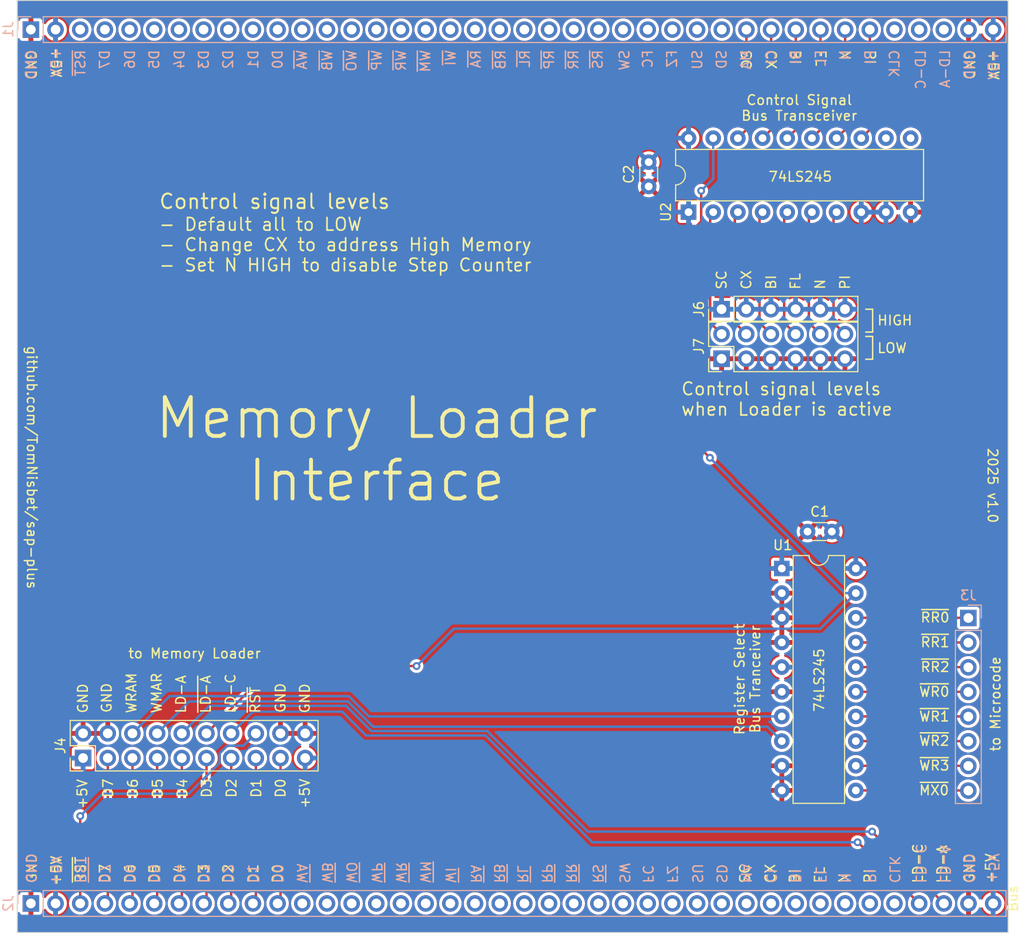
<source format=kicad_pcb>
(kicad_pcb (version 20240108) (generator "pcbnew") (generator_version "8.0")
  (title_block (title "SAP-Plus Memory Loader Interface") (date "2025-03-28") (rev "1.0") (company "github.com/TomNisbet/sap-plus"))
  (layers (0 "F.Cu" signal) (31 "B.Cu" signal) (34 "B.Paste" user) (35 "F.Paste" user) (36 "B.SilkS" user "B.Silkscreen") (37 "F.SilkS" user "F.Silkscreen") (38 "B.Mask" user) (39 "F.Mask" user) (44 "Edge.Cuts" user))
  (net 0 "")
  (net 1 "+5V")
  (net 2 "PI")
  (net 3 "N")
  (net 4 "FL")
  (net 5 "LD-ACT")
  (net 6 "SC")
  (net 7 "LD-CLK")
  (net 8 "CX")
  (net 9 "D0")
  (net 10 "D1")
  (net 11 "D2")
  (net 12 "D3")
  (net 13 "D4")
  (net 14 "D5")
  (net 15 "D6")
  (net 16 "D7")
  (net 17 "GND")
  (net 18 "BI")
  (net 19 "/RR1")
  (net 20 "/RR2")
  (net 21 "/RR0")
  (net 22 "/WR0")
  (net 23 "/WR1")
  (net 24 "/MX0")
  (net 25 "WMAR")
  (net 26 "~{LD-ACT}")
  (net 27 "WRAM")
  (net 28 "/WR3")
  (net 30 "/WR2")
  (net 39 "~{RST}")
  (net 71 "/ld-pi")
  (net 72 "/ld-cx")
  (net 73 "/ld-sc")
  (net 74 "/ld-n")
  (net 75 "/ld-fl")
  (net 76 "/ld-bi")
  (footprint "Connector_PinHeader_2.54mm:PinHeader_1x06_P2.54mm_Vertical" (layer "F.Cu") (at 157.5 74.8 90)
    (property "Reference" "J6" (at 0 -2.33 90) (layer "F.SilkS"))
    (property "Value" "Conn_01x06")
    (pad "1" thru_hole rect (at 0 0 90) (size 1.7 1.7) (drill 1) (layers "*.Cu" "*.Mask") (net 1 "+5V"))
    (pad "2" thru_hole oval (at 0 2.54 90) (size 1.7 1.7) (drill 1) (layers "*.Cu" "*.Mask") (net 1 "+5V"))
    (pad "3" thru_hole oval (at 0 5.08 90) (size 1.7 1.7) (drill 1) (layers "*.Cu" "*.Mask") (net 1 "+5V"))
    (pad "4" thru_hole oval (at 0 7.62 90) (size 1.7 1.7) (drill 1) (layers "*.Cu" "*.Mask") (net 1 "+5V"))
    (pad "5" thru_hole oval (at 0 10.16 90) (size 1.7 1.7) (drill 1) (layers "*.Cu" "*.Mask") (net 1 "+5V"))
    (pad "6" thru_hole oval (at 0 12.7 90) (size 1.7 1.7) (drill 1) (layers "*.Cu" "*.Mask") (net 1 "+5V"))
  )
  (footprint "Package_DIP:DIP-20_W7.62mm" (layer "F.Cu") (at 163.7 101.5)
    (property "Reference" "U1" (at 0.1 -2.4 0) (layer "F.SilkS"))
    (property "Value" "74LS245" (at 3.85 11.5 90) (layer "F.SilkS"))
    (pad "1" thru_hole rect (at 0 0) (size 1.6 1.6) (drill 0.8) (layers "*.Cu" "*.Mask") (net 1 "+5V"))
    (pad "2" thru_hole oval (at 0 2.54) (size 1.6 1.6) (drill 0.8) (layers "*.Cu" "*.Mask") (net 17 "GND"))
    (pad "3" thru_hole oval (at 0 5.08) (size 1.6 1.6) (drill 0.8) (layers "*.Cu" "*.Mask") (net 17 "GND"))
    (pad "4" thru_hole oval (at 0 7.62) (size 1.6 1.6) (drill 0.8) (layers "*.Cu" "*.Mask") (net 17 "GND"))
    (pad "5" thru_hole oval (at 0 10.16) (size 1.6 1.6) (drill 0.8) (layers "*.Cu" "*.Mask") (net 1 "+5V"))
    (pad "6" thru_hole oval (at 0 12.7) (size 1.6 1.6) (drill 0.8) (layers "*.Cu" "*.Mask") (net 17 "GND"))
    (pad "7" thru_hole oval (at 0 15.24) (size 1.6 1.6) (drill 0.8) (layers "*.Cu" "*.Mask") (net 27 "WRAM"))
    (pad "8" thru_hole oval (at 0 17.78) (size 1.6 1.6) (drill 0.8) (layers "*.Cu" "*.Mask") (net 25 "WMAR"))
    (pad "9" thru_hole oval (at 0 20.32) (size 1.6 1.6) (drill 0.8) (layers "*.Cu" "*.Mask") (net 17 "GND"))
    (pad "10" thru_hole oval (at 0 22.86) (size 1.6 1.6) (drill 0.8) (layers "*.Cu" "*.Mask") (net 17 "GND"))
    (pad "11" thru_hole oval (at 7.62 22.86) (size 1.6 1.6) (drill 0.8) (layers "*.Cu" "*.Mask") (net 24 "/MX0"))
    (pad "12" thru_hole oval (at 7.62 20.32) (size 1.6 1.6) (drill 0.8) (layers "*.Cu" "*.Mask") (net 28 "/WR3"))
    (pad "13" thru_hole oval (at 7.62 17.78) (size 1.6 1.6) (drill 0.8) (layers "*.Cu" "*.Mask") (net 30 "/WR2"))
    (pad "14" thru_hole oval (at 7.62 15.24) (size 1.6 1.6) (drill 0.8) (layers "*.Cu" "*.Mask") (net 23 "/WR1"))
    (pad "15" thru_hole oval (at 7.62 12.7) (size 1.6 1.6) (drill 0.8) (layers "*.Cu" "*.Mask") (net 22 "/WR0"))
    (pad "16" thru_hole oval (at 7.62 10.16) (size 1.6 1.6) (drill 0.8) (layers "*.Cu" "*.Mask") (net 20 "/RR2"))
    (pad "17" thru_hole oval (at 7.62 7.62) (size 1.6 1.6) (drill 0.8) (layers "*.Cu" "*.Mask") (net 19 "/RR1"))
    (pad "18" thru_hole oval (at 7.62 5.08) (size 1.6 1.6) (drill 0.8) (layers "*.Cu" "*.Mask") (net 21 "/RR0"))
    (pad "19" thru_hole oval (at 7.62 2.54) (size 1.6 1.6) (drill 0.8) (layers "*.Cu" "*.Mask") (net 26 "~{LD-ACT}"))
    (pad "20" thru_hole oval (at 7.62 0) (size 1.6 1.6) (drill 0.8) (layers "*.Cu" "*.Mask") (net 1 "+5V"))
  )
  (footprint "Package_DIP:DIP-20_W7.62mm" (layer "F.Cu") (at 154.1 64.8 90)
    (property "Reference" "U2" (at 0 -2.33 90) (layer "F.SilkS"))
    (property "Value" "74LS245" (at 3.65 11.5 180) (layer "F.SilkS"))
    (pad "1" thru_hole rect (at 0 0 90) (size 1.6 1.6) (drill 0.8) (layers "*.Cu" "*.Mask") (net 1 "+5V"))
    (pad "2" thru_hole oval (at 0 2.54 90) (size 1.6 1.6) (drill 0.8) (layers "*.Cu" "*.Mask") (net 73 "/ld-sc"))
    (pad "3" thru_hole oval (at 0 5.08 90) (size 1.6 1.6) (drill 0.8) (layers "*.Cu" "*.Mask") (net 72 "/ld-cx"))
    (pad "4" thru_hole oval (at 0 7.62 90) (size 1.6 1.6) (drill 0.8) (layers "*.Cu" "*.Mask") (net 76 "/ld-bi"))
    (pad "5" thru_hole oval (at 0 10.16 90) (size 1.6 1.6) (drill 0.8) (layers "*.Cu" "*.Mask") (net 75 "/ld-fl"))
    (pad "6" thru_hole oval (at 0 12.7 90) (size 1.6 1.6) (drill 0.8) (layers "*.Cu" "*.Mask") (net 74 "/ld-n"))
    (pad "7" thru_hole oval (at 0 15.24 90) (size 1.6 1.6) (drill 0.8) (layers "*.Cu" "*.Mask") (net 71 "/ld-pi"))
    (pad "8" thru_hole oval (at 0 17.78 90) (size 1.6 1.6) (drill 0.8) (layers "*.Cu" "*.Mask") (net 1 "+5V"))
    (pad "9" thru_hole oval (at 0 20.32 90) (size 1.6 1.6) (drill 0.8) (layers "*.Cu" "*.Mask") (net 1 "+5V"))
    (pad "10" thru_hole oval (at 0 22.86 90) (size 1.6 1.6) (drill 0.8) (layers "*.Cu" "*.Mask") (net 17 "GND"))
    (pad "11" thru_hole oval (at 7.62 22.86 90) (size 1.6 1.6) (drill 0.8) (layers "*.Cu" "*.Mask"))
    (pad "12" thru_hole oval (at 7.62 20.32 90) (size 1.6 1.6) (drill 0.8) (layers "*.Cu" "*.Mask"))
    (pad "13" thru_hole oval (at 7.62 17.78 90) (size 1.6 1.6) (drill 0.8) (layers "*.Cu" "*.Mask") (net 2 "PI"))
    (pad "14" thru_hole oval (at 7.62 15.24 90) (size 1.6 1.6) (drill 0.8) (layers "*.Cu" "*.Mask") (net 3 "N"))
    (pad "15" thru_hole oval (at 7.62 12.7 90) (size 1.6 1.6) (drill 0.8) (layers "*.Cu" "*.Mask") (net 4 "FL"))
    (pad "16" thru_hole oval (at 7.62 10.16 90) (size 1.6 1.6) (drill 0.8) (layers "*.Cu" "*.Mask") (net 18 "BI"))
    (pad "17" thru_hole oval (at 7.62 7.62 90) (size 1.6 1.6) (drill 0.8) (layers "*.Cu" "*.Mask") (net 8 "CX"))
    (pad "18" thru_hole oval (at 7.62 5.08 90) (size 1.6 1.6) (drill 0.8) (layers "*.Cu" "*.Mask") (net 6 "SC"))
    (pad "19" thru_hole oval (at 7.62 2.54 90) (size 1.6 1.6) (drill 0.8) (layers "*.Cu" "*.Mask") (net 26 "~{LD-ACT}"))
    (pad "20" thru_hole oval (at 7.62 0 90) (size 1.6 1.6) (drill 0.8) (layers "*.Cu" "*.Mask") (net 1 "+5V"))
  )
  (footprint "Capacitor_THT:C_Disc_D3.0mm_W1.6mm_P2.50mm" (layer "F.Cu") (at 150 62.15 90)
    (property "Reference" "C2" (at 1.25 -2.05 90) (layer "F.SilkS"))
    (property "Value" "0.1uF")
    (pad "1" thru_hole circle (at 0 0 90) (size 1.6 1.6) (drill 0.8) (layers "*.Cu" "*.Mask") (net 17 "GND"))
    (pad "2" thru_hole circle (at 2.5 0 90) (size 1.6 1.6) (drill 0.8) (layers "*.Cu" "*.Mask") (net 1 "+5V"))
  )
  (footprint "Connector_PinHeader_2.54mm:PinHeader_2x10_P2.54mm_Vertical" (layer "F.Cu") (at 91.775 121.025 90)
    (property "Reference" "J4" (at 1.27 -2.33 90) (layer "F.SilkS"))
    (property "Value" "Conn_02x10_Odd_Even")
    (pad "1" thru_hole rect (at 0 0 90) (size 1.7 1.7) (drill 1) (layers "*.Cu" "*.Mask") (net 1 "+5V"))
    (pad "2" thru_hole oval (at 2.54 0 90) (size 1.7 1.7) (drill 1) (layers "*.Cu" "*.Mask") (net 17 "GND"))
    (pad "3" thru_hole oval (at 0 2.54 90) (size 1.7 1.7) (drill 1) (layers "*.Cu" "*.Mask") (net 16 "D7"))
    (pad "4" thru_hole oval (at 2.54 2.54 90) (size 1.7 1.7) (drill 1) (layers "*.Cu" "*.Mask") (net 17 "GND"))
    (pad "5" thru_hole oval (at 0 5.08 90) (size 1.7 1.7) (drill 1) (layers "*.Cu" "*.Mask") (net 15 "D6"))
    (pad "6" thru_hole oval (at 2.54 5.08 90) (size 1.7 1.7) (drill 1) (layers "*.Cu" "*.Mask") (net 27 "WRAM"))
    (pad "7" thru_hole oval (at 0 7.62 90) (size 1.7 1.7) (drill 1) (layers "*.Cu" "*.Mask") (net 14 "D5"))
    (pad "8" thru_hole oval (at 2.54 7.62 90) (size 1.7 1.7) (drill 1) (layers "*.Cu" "*.Mask") (net 25 "WMAR"))
    (pad "9" thru_hole oval (at 0 10.16 90) (size 1.7 1.7) (drill 1) (layers "*.Cu" "*.Mask") (net 13 "D4"))
    (pad "10" thru_hole oval (at 2.54 10.16 90) (size 1.7 1.7) (drill 1) (layers "*.Cu" "*.Mask") (net 5 "LD-ACT"))
    (pad "11" thru_hole oval (at 0 12.7 90) (size 1.7 1.7) (drill 1) (layers "*.Cu" "*.Mask") (net 12 "D3"))
    (pad "12" thru_hole oval (at 2.54 12.7 90) (size 1.7 1.7) (drill 1) (layers "*.Cu" "*.Mask") (net 26 "~{LD-ACT}"))
    (pad "13" thru_hole oval (at 0 15.24 90) (size 1.7 1.7) (drill 1) (layers "*.Cu" "*.Mask") (net 11 "D2"))
    (pad "14" thru_hole oval (at 2.54 15.24 90) (size 1.7 1.7) (drill 1) (layers "*.Cu" "*.Mask") (net 7 "LD-CLK"))
    (pad "15" thru_hole oval (at 0 17.78 90) (size 1.7 1.7) (drill 1) (layers "*.Cu" "*.Mask") (net 10 "D1"))
    (pad "16" thru_hole oval (at 2.54 17.78 90) (size 1.7 1.7) (drill 1) (layers "*.Cu" "*.Mask") (net 39 "~{RST}"))
    (pad "17" thru_hole oval (at 0 20.32 90) (size 1.7 1.7) (drill 1) (layers "*.Cu" "*.Mask") (net 9 "D0"))
    (pad "18" thru_hole oval (at 2.54 20.32 90) (size 1.7 1.7) (drill 1) (layers "*.Cu" "*.Mask") (net 17 "GND"))
    (pad "19" thru_hole oval (at 0 22.86 90) (size 1.7 1.7) (drill 1) (layers "*.Cu" "*.Mask") (net 1 "+5V"))
    (pad "20" thru_hole oval (at 2.54 22.86 90) (size 1.7 1.7) (drill 1) (layers "*.Cu" "*.Mask") (net 17 "GND"))
  )
  (footprint "Connector_PinHeader_2.54mm:PinHeader_2x06_P2.54mm_Vertical" (layer "F.Cu") (at 157.5 79.9 90)
    (property "Reference" "J7" (at 1.27 -2.33 90) (layer "F.SilkS"))
    (property "Value" "Conn_02x06")
    (pad "1" thru_hole rect (at 0 0 90) (size 1.7 1.7) (drill 1) (layers "*.Cu" "*.Mask") (net 17 "GND"))
    (pad "2" thru_hole oval (at 2.54 0 90) (size 1.7 1.7) (drill 1) (layers "*.Cu" "*.Mask") (net 73 "/ld-sc"))
    (pad "3" thru_hole oval (at 0 2.54 90) (size 1.7 1.7) (drill 1) (layers "*.Cu" "*.Mask") (net 17 "GND"))
    (pad "4" thru_hole oval (at 2.54 2.54 90) (size 1.7 1.7) (drill 1) (layers "*.Cu" "*.Mask") (net 72 "/ld-cx"))
    (pad "5" thru_hole oval (at 0 5.08 90) (size 1.7 1.7) (drill 1) (layers "*.Cu" "*.Mask") (net 17 "GND"))
    (pad "6" thru_hole oval (at 2.54 5.08 90) (size 1.7 1.7) (drill 1) (layers "*.Cu" "*.Mask") (net 76 "/ld-bi"))
    (pad "7" thru_hole oval (at 0 7.62 90) (size 1.7 1.7) (drill 1) (layers "*.Cu" "*.Mask") (net 17 "GND"))
    (pad "8" thru_hole oval (at 2.54 7.62 90) (size 1.7 1.7) (drill 1) (layers "*.Cu" "*.Mask") (net 75 "/ld-fl"))
    (pad "9" thru_hole oval (at 0 10.16 90) (size 1.7 1.7) (drill 1) (layers "*.Cu" "*.Mask") (net 17 "GND"))
    (pad "10" thru_hole oval (at 2.54 10.16 90) (size 1.7 1.7) (drill 1) (layers "*.Cu" "*.Mask") (net 74 "/ld-n"))
    (pad "11" thru_hole oval (at 0 12.7 90) (size 1.7 1.7) (drill 1) (layers "*.Cu" "*.Mask") (net 17 "GND"))
    (pad "12" thru_hole oval (at 2.54 12.7 90) (size 1.7 1.7) (drill 1) (layers "*.Cu" "*.Mask") (net 71 "/ld-pi"))
  )
  (footprint "Capacitor_THT:C_Disc_D3.0mm_W1.6mm_P2.50mm" (layer "F.Cu") (at 166.35 97.7)
    (property "Reference" "C1" (at 1.25 -2.05 0) (layer "F.SilkS"))
    (property "Value" "0.1uF")
    (pad "1" thru_hole circle (at 0 0) (size 1.6 1.6) (drill 0.8) (layers "*.Cu" "*.Mask") (net 17 "GND"))
    (pad "2" thru_hole circle (at 2.5 0) (size 1.6 1.6) (drill 0.8) (layers "*.Cu" "*.Mask") (net 1 "+5V"))
  )
  (footprint "Connector_PinHeader_2.54mm:PinHeader_1x40_P2.54mm_Vertical" (layer "B.Cu") (at 86.4 46 -90)
    (property "Reference" "J1" (at 0 2.33 -90) (layer "B.SilkS") (effects (justify mirror)))
    (property "Value" "Bus")
    (pad "1" thru_hole rect (at 0 0 270) (size 1.7 1.7) (drill 1) (layers "*.Cu" "*.Mask") (net 17 "GND"))
    (pad "2" thru_hole oval (at 0 -2.54 270) (size 1.7 1.7) (drill 1) (layers "*.Cu" "*.Mask") (net 1 "+5V"))
    (pad "3" thru_hole oval (at 0 -5.08 270) (size 1.7 1.7) (drill 1) (layers "*.Cu" "*.Mask"))
    (pad "4" thru_hole oval (at 0 -7.62 270) (size 1.7 1.7) (drill 1) (layers "*.Cu" "*.Mask"))
    (pad "5" thru_hole oval (at 0 -10.16 270) (size 1.7 1.7) (drill 1) (layers "*.Cu" "*.Mask"))
    (pad "6" thru_hole oval (at 0 -12.7 270) (size 1.7 1.7) (drill 1) (layers "*.Cu" "*.Mask"))
    (pad "7" thru_hole oval (at 0 -15.24 270) (size 1.7 1.7) (drill 1) (layers "*.Cu" "*.Mask"))
    (pad "8" thru_hole oval (at 0 -17.78 270) (size 1.7 1.7) (drill 1) (layers "*.Cu" "*.Mask"))
    (pad "9" thru_hole oval (at 0 -20.32 270) (size 1.7 1.7) (drill 1) (layers "*.Cu" "*.Mask"))
    (pad "10" thru_hole oval (at 0 -22.86 270) (size 1.7 1.7) (drill 1) (layers "*.Cu" "*.Mask"))
    (pad "11" thru_hole oval (at 0 -25.4 270) (size 1.7 1.7) (drill 1) (layers "*.Cu" "*.Mask"))
    (pad "12" thru_hole oval (at 0 -27.94 270) (size 1.7 1.7) (drill 1) (layers "*.Cu" "*.Mask"))
    (pad "13" thru_hole oval (at 0 -30.48 270) (size 1.7 1.7) (drill 1) (layers "*.Cu" "*.Mask"))
    (pad "14" thru_hole oval (at 0 -33.02 270) (size 1.7 1.7) (drill 1) (layers "*.Cu" "*.Mask"))
    (pad "15" thru_hole oval (at 0 -35.56 270) (size 1.7 1.7) (drill 1) (layers "*.Cu" "*.Mask"))
    (pad "16" thru_hole oval (at 0 -38.1 270) (size 1.7 1.7) (drill 1) (layers "*.Cu" "*.Mask"))
    (pad "17" thru_hole oval (at 0 -40.64 270) (size 1.7 1.7) (drill 1) (layers "*.Cu" "*.Mask"))
    (pad "18" thru_hole oval (at 0 -43.18 270) (size 1.7 1.7) (drill 1) (layers "*.Cu" "*.Mask"))
    (pad "19" thru_hole oval (at 0 -45.72 270) (size 1.7 1.7) (drill 1) (layers "*.Cu" "*.Mask"))
    (pad "20" thru_hole oval (at 0 -48.26 270) (size 1.7 1.7) (drill 1) (layers "*.Cu" "*.Mask"))
    (pad "21" thru_hole oval (at 0 -50.8 270) (size 1.7 1.7) (drill 1) (layers "*.Cu" "*.Mask"))
    (pad "22" thru_hole oval (at 0 -53.34 270) (size 1.7 1.7) (drill 1) (layers "*.Cu" "*.Mask"))
    (pad "23" thru_hole oval (at 0 -55.88 270) (size 1.7 1.7) (drill 1) (layers "*.Cu" "*.Mask"))
    (pad "24" thru_hole oval (at 0 -58.42 270) (size 1.7 1.7) (drill 1) (layers "*.Cu" "*.Mask"))
    (pad "25" thru_hole oval (at 0 -60.96 270) (size 1.7 1.7) (drill 1) (layers "*.Cu" "*.Mask"))
    (pad "26" thru_hole oval (at 0 -63.5 270) (size 1.7 1.7) (drill 1) (layers "*.Cu" "*.Mask"))
    (pad "27" thru_hole oval (at 0 -66.04 270) (size 1.7 1.7) (drill 1) (layers "*.Cu" "*.Mask"))
    (pad "28" thru_hole oval (at 0 -68.58 270) (size 1.7 1.7) (drill 1) (layers "*.Cu" "*.Mask"))
    (pad "29" thru_hole oval (at 0 -71.12 270) (size 1.7 1.7) (drill 1) (layers "*.Cu" "*.Mask"))
    (pad "30" thru_hole oval (at 0 -73.66 270) (size 1.7 1.7) (drill 1) (layers "*.Cu" "*.Mask") (net 6 "SC"))
    (pad "31" thru_hole oval (at 0 -76.2 270) (size 1.7 1.7) (drill 1) (layers "*.Cu" "*.Mask") (net 8 "CX"))
    (pad "32" thru_hole oval (at 0 -78.74 270) (size 1.7 1.7) (drill 1) (layers "*.Cu" "*.Mask") (net 18 "BI"))
    (pad "33" thru_hole oval (at 0 -81.28 270) (size 1.7 1.7) (drill 1) (layers "*.Cu" "*.Mask") (net 4 "FL"))
    (pad "34" thru_hole oval (at 0 -83.82 270) (size 1.7 1.7) (drill 1) (layers "*.Cu" "*.Mask") (net 3 "N"))
    (pad "35" thru_hole oval (at 0 -86.36 270) (size 1.7 1.7) (drill 1) (layers "*.Cu" "*.Mask") (net 2 "PI"))
    (pad "36" thru_hole oval (at 0 -88.9 270) (size 1.7 1.7) (drill 1) (layers "*.Cu" "*.Mask"))
    (pad "37" thru_hole oval (at 0 -91.44 270) (size 1.7 1.7) (drill 1) (layers "*.Cu" "*.Mask"))
    (pad "38" thru_hole oval (at 0 -93.98 270) (size 1.7 1.7) (drill 1) (layers "*.Cu" "*.Mask"))
    (pad "39" thru_hole oval (at 0 -96.52 270) (size 1.7 1.7) (drill 1) (layers "*.Cu" "*.Mask") (net 17 "GND"))
    (pad "40" thru_hole oval (at 0 -99.06 270) (size 1.7 1.7) (drill 1) (layers "*.Cu" "*.Mask") (net 1 "+5V"))
  )
  (footprint "Connector_PinHeader_2.54mm:PinHeader_1x40_P2.54mm_Vertical" (layer "B.Cu") (at 86.4 136 -90)
    (property "Reference" "J2" (at 0 2.33 -90) (layer "B.SilkS") (effects (justify mirror)))
    (property "Value" "Bus")
    (pad "1" thru_hole rect (at 0 0 270) (size 1.7 1.7) (drill 1) (layers "*.Cu" "*.Mask") (net 17 "GND"))
    (pad "2" thru_hole oval (at 0 -2.54 270) (size 1.7 1.7) (drill 1) (layers "*.Cu" "*.Mask") (net 1 "+5V"))
    (pad "3" thru_hole oval (at 0 -5.08 270) (size 1.7 1.7) (drill 1) (layers "*.Cu" "*.Mask") (net 39 "~{RST}"))
    (pad "4" thru_hole oval (at 0 -7.62 270) (size 1.7 1.7) (drill 1) (layers "*.Cu" "*.Mask") (net 16 "D7"))
    (pad "5" thru_hole oval (at 0 -10.16 270) (size 1.7 1.7) (drill 1) (layers "*.Cu" "*.Mask") (net 15 "D6"))
    (pad "6" thru_hole oval (at 0 -12.7 270) (size 1.7 1.7) (drill 1) (layers "*.Cu" "*.Mask") (net 14 "D5"))
    (pad "7" thru_hole oval (at 0 -15.24 270) (size 1.7 1.7) (drill 1) (layers "*.Cu" "*.Mask") (net 13 "D4"))
    (pad "8" thru_hole oval (at 0 -17.78 270) (size 1.7 1.7) (drill 1) (layers "*.Cu" "*.Mask") (net 12 "D3"))
    (pad "9" thru_hole oval (at 0 -20.32 270) (size 1.7 1.7) (drill 1) (layers "*.Cu" "*.Mask") (net 11 "D2"))
    (pad "10" thru_hole oval (at 0 -22.86 270) (size 1.7 1.7) (drill 1) (layers "*.Cu" "*.Mask") (net 10 "D1"))
    (pad "11" thru_hole oval (at 0 -25.4 270) (size 1.7 1.7) (drill 1) (layers "*.Cu" "*.Mask") (net 9 "D0"))
    (pad "12" thru_hole oval (at 0 -27.94 270) (size 1.7 1.7) (drill 1) (layers "*.Cu" "*.Mask"))
    (pad "13" thru_hole oval (at 0 -30.48 270) (size 1.7 1.7) (drill 1) (layers "*.Cu" "*.Mask"))
    (pad "14" thru_hole oval (at 0 -33.02 270) (size 1.7 1.7) (drill 1) (layers "*.Cu" "*.Mask"))
    (pad "15" thru_hole oval (at 0 -35.56 270) (size 1.7 1.7) (drill 1) (layers "*.Cu" "*.Mask"))
    (pad "16" thru_hole oval (at 0 -38.1 270) (size 1.7 1.7) (drill 1) (layers "*.Cu" "*.Mask"))
    (pad "17" thru_hole oval (at 0 -40.64 270) (size 1.7 1.7) (drill 1) (layers "*.Cu" "*.Mask"))
    (pad "18" thru_hole oval (at 0 -43.18 270) (size 1.7 1.7) (drill 1) (layers "*.Cu" "*.Mask"))
    (pad "19" thru_hole oval (at 0 -45.72 270) (size 1.7 1.7) (drill 1) (layers "*.Cu" "*.Mask"))
    (pad "20" thru_hole oval (at 0 -48.26 270) (size 1.7 1.7) (drill 1) (layers "*.Cu" "*.Mask"))
    (pad "21" thru_hole oval (at 0 -50.8 270) (size 1.7 1.7) (drill 1) (layers "*.Cu" "*.Mask"))
    (pad "22" thru_hole oval (at 0 -53.34 270) (size 1.7 1.7) (drill 1) (layers "*.Cu" "*.Mask"))
    (pad "23" thru_hole oval (at 0 -55.88 270) (size 1.7 1.7) (drill 1) (layers "*.Cu" "*.Mask"))
    (pad "24" thru_hole oval (at 0 -58.42 270) (size 1.7 1.7) (drill 1) (layers "*.Cu" "*.Mask"))
    (pad "25" thru_hole oval (at 0 -60.96 270) (size 1.7 1.7) (drill 1) (layers "*.Cu" "*.Mask"))
    (pad "26" thru_hole oval (at 0 -63.5 270) (size 1.7 1.7) (drill 1) (layers "*.Cu" "*.Mask"))
    (pad "27" thru_hole oval (at 0 -66.04 270) (size 1.7 1.7) (drill 1) (layers "*.Cu" "*.Mask"))
    (pad "28" thru_hole oval (at 0 -68.58 270) (size 1.7 1.7) (drill 1) (layers "*.Cu" "*.Mask"))
    (pad "29" thru_hole oval (at 0 -71.12 270) (size 1.7 1.7) (drill 1) (layers "*.Cu" "*.Mask"))
    (pad "30" thru_hole oval (at 0 -73.66 270) (size 1.7 1.7) (drill 1) (layers "*.Cu" "*.Mask"))
    (pad "31" thru_hole oval (at 0 -76.2 270) (size 1.7 1.7) (drill 1) (layers "*.Cu" "*.Mask"))
    (pad "32" thru_hole oval (at 0 -78.74 270) (size 1.7 1.7) (drill 1) (layers "*.Cu" "*.Mask"))
    (pad "33" thru_hole oval (at 0 -81.28 270) (size 1.7 1.7) (drill 1) (layers "*.Cu" "*.Mask"))
    (pad "34" thru_hole oval (at 0 -83.82 270) (size 1.7 1.7) (drill 1) (layers "*.Cu" "*.Mask"))
    (pad "35" thru_hole oval (at 0 -86.36 270) (size 1.7 1.7) (drill 1) (layers "*.Cu" "*.Mask"))
    (pad "36" thru_hole oval (at 0 -88.9 270) (size 1.7 1.7) (drill 1) (layers "*.Cu" "*.Mask"))
    (pad "37" thru_hole oval (at 0 -91.44 270) (size 1.7 1.7) (drill 1) (layers "*.Cu" "*.Mask") (net 7 "LD-CLK"))
    (pad "38" thru_hole oval (at 0 -93.98 270) (size 1.7 1.7) (drill 1) (layers "*.Cu" "*.Mask") (net 5 "LD-ACT"))
    (pad "39" thru_hole oval (at 0 -96.52 270) (size 1.7 1.7) (drill 1) (layers "*.Cu" "*.Mask") (net 17 "GND"))
    (pad "40" thru_hole oval (at 0 -99.06 270) (size 1.7 1.7) (drill 1) (layers "*.Cu" "*.Mask") (net 1 "+5V"))
  )
  (footprint "Connector_PinHeader_2.54mm:PinHeader_1x08_P2.54mm_Vertical" (layer "B.Cu") (at 182.9 106.6 180)
    (property "Reference" "J3" (at 0 2.33 0) (layer "B.SilkS") (effects (justify mirror)))
    (property "Value" "IC-BR")
    (pad "1" thru_hole rect (at 0 0 180) (size 1.7 1.7) (drill 1) (layers "*.Cu" "*.Mask") (net 21 "/RR0"))
    (pad "2" thru_hole oval (at 0 -2.54 180) (size 1.7 1.7) (drill 1) (layers "*.Cu" "*.Mask") (net 19 "/RR1"))
    (pad "3" thru_hole oval (at 0 -5.08 180) (size 1.7 1.7) (drill 1) (layers "*.Cu" "*.Mask") (net 20 "/RR2"))
    (pad "4" thru_hole oval (at 0 -7.62 180) (size 1.7 1.7) (drill 1) (layers "*.Cu" "*.Mask") (net 22 "/WR0"))
    (pad "5" thru_hole oval (at 0 -10.16 180) (size 1.7 1.7) (drill 1) (layers "*.Cu" "*.Mask") (net 23 "/WR1"))
    (pad "6" thru_hole oval (at 0 -12.7 180) (size 1.7 1.7) (drill 1) (layers "*.Cu" "*.Mask") (net 30 "/WR2"))
    (pad "7" thru_hole oval (at 0 -15.24 180) (size 1.7 1.7) (drill 1) (layers "*.Cu" "*.Mask") (net 28 "/WR3"))
    (pad "8" thru_hole oval (at 0 -17.78 180) (size 1.7 1.7) (drill 1) (layers "*.Cu" "*.Mask") (net 24 "/MX0"))
  )
  (gr_line (start 172.35 77.6) (end 173.05 77.6) (stroke (width 0.15)) (layer "F.SilkS"))
  (gr_line (start 172.35 74.8) (end 173.05 74.8) (stroke (width 0.15)) (layer "F.SilkS"))
  (gr_line (start 173.05 77.6) (end 173.05 79.95) (stroke (width 0.15)) (layer "F.SilkS"))
  (gr_line (start 173.05 79.95) (end 172.35 79.95) (stroke (width 0.15)) (layer "F.SilkS"))
  (gr_line (start 173.05 77.15) (end 172.35 77.15) (stroke (width 0.15)) (layer "F.SilkS"))
  (gr_line (start 173.05 74.8) (end 173.05 77.15) (stroke (width 0.15)) (layer "F.SilkS"))
  (gr_line (start 85 139) (end 85 43) (stroke (width 0.1)) (layer "Edge.Cuts"))
  (gr_line (start 85 43) (end 187 43) (stroke (width 0.1)) (layer "Edge.Cuts"))
  (gr_line (start 187 139) (end 85 139) (stroke (width 0.1)) (layer "Edge.Cuts"))
  (gr_line (start 187 43) (end 187 139) (stroke (width 0.1)) (layer "Edge.Cuts"))
  (gr_text "~{RL}" (at 137.25 48 90) (layer "B.SilkS") (effects (font (size 1 1)) (justify left mirror)))
  (gr_text "~{RR}" (at 142 134 270) (layer "B.SilkS") (effects (font (size 1 1)) (justify left mirror)))
  (gr_text "~{WO}" (at 119.4 134 270) (layer "B.SilkS") (effects (font (size 1 1)) (justify left mirror)))
  (gr_text "D7" (at 94 48 90) (layer "B.SilkS") (effects (font (size 1 1)) (justify left mirror)))
  (gr_text "D3" (at 104.2 48 90) (layer "B.SilkS") (effects (font (size 1 1)) (justify left mirror)))
  (gr_text "D2" (at 106.7 134 270) (layer "B.SilkS") (effects (font (size 1 1)) (justify left mirror)))
  (gr_text "D4" (at 101.7 134 270) (layer "B.SilkS") (effects (font (size 1 1)) (justify left mirror)))
  (gr_text "PI" (at 172.8 48 90) (layer "B.SilkS") (effects (font (size 1 1)) (justify left mirror)))
  (gr_text "PI" (at 172.8 134 270) (layer "B.SilkS") (effects (font (size 1 1)) (justify left mirror)))
  (gr_text "N" (at 170.2 48 90) (layer "B.SilkS") (effects (font (size 1 1)) (justify left mirror)))
  (gr_text "FL" (at 167.7 134 270) (layer "B.SilkS") (effects (font (size 1 1)) (justify left mirror)))
  (gr_text "D1" (at 109.3 134 270) (layer "B.SilkS") (effects (font (size 1 1)) (justify left mirror)))
  (gr_text "D5" (at 99.1 48 90) (layer "B.SilkS") (effects (font (size 1 1)) (justify left mirror)))
  (gr_text "+5V" (at 89 134.25 270) (layer "B.SilkS") (effects (font (size 1 1)) (justify left mirror)))
  (gr_text "D6" (at 96.6 134 270) (layer "B.SilkS") (effects (font (size 1 1)) (justify left mirror)))
  (gr_text "+5V" (at 185.5 48 90) (layer "B.SilkS") (effects (font (size 1 1)) (justify left mirror)))
  (gr_text "~{RST}" (at 91.5 48 90) (layer "B.SilkS") (effects (font (size 1 1)) (justify left mirror)))
  (gr_text "BI" (at 165.1 134 270) (layer "B.SilkS") (effects (font (size 1 1)) (justify left mirror)))
  (gr_text "~{RP}" (at 139.5 134 270) (layer "B.SilkS") (effects (font (size 1 1)) (justify left mirror)))
  (gr_text "FZ" (at 152.4 134 270) (layer "B.SilkS") (effects (font (size 1 1)) (justify left mirror)))
  (gr_text "MA" (at 160 48 90) (layer "B.SilkS") (effects (font (size 1 1)) (justify left mirror)))
  (gr_text "+5V" (at 89 47.75 90) (layer "B.SilkS") (effects (font (size 1 1)) (justify left mirror)))
  (gr_text "D0" (at 111.8 48 90) (layer "B.SilkS") (effects (font (size 1 1)) (justify left mirror)))
  (gr_text "~{RR}" (at 142.25 48 90) (layer "B.SilkS") (effects (font (size 1 1)) (justify left mirror)))
  (gr_text "~{WB}" (at 116.9 134 270) (layer "B.SilkS") (effects (font (size 1 1)) (justify left mirror)))
  (gr_text "~{WI}" (at 129.6 48 90) (layer "B.SilkS") (effects (font (size 1 1)) (justify left mirror)))
  (gr_text "D0" (at 111.8 134 270) (layer "B.SilkS") (effects (font (size 1 1)) (justify left mirror)))
  (gr_text "N" (at 170.2 134 270) (layer "B.SilkS") (effects (font (size 1 1)) (justify left mirror)))
  (gr_text "CI" (at 162.6 134 270) (layer "B.SilkS") (effects (font (size 1 1)) (justify left mirror)))
  (gr_text "LD-C" (at 178 48 90) (layer "B.SilkS") (effects (font (size 1 1)) (justify left mirror)))
  (gr_text "~{RA}" (at 132.2 48 90) (layer "B.SilkS") (effects (font (size 1 1)) (justify left mirror)))
  (gr_text "~{RST}" (at 91.5 134 270) (layer "B.SilkS") (effects (font (size 1 1)) (justify left mirror)))
  (gr_text "+5V" (at 185.5 134 270) (layer "B.SilkS") (effects (font (size 1 1)) (justify left mirror)))
  (gr_text "CI" (at 162.6 48 90) (layer "B.SilkS") (effects (font (size 1 1)) (justify left mirror)))
  (gr_text "FC" (at 149.9 134 270) (layer "B.SilkS") (effects (font (size 1 1)) (justify left mirror)))
  (gr_text "~{RS}" (at 144.75 48 90) (layer "B.SilkS") (effects (font (size 1 1)) (justify left mirror)))
  (gr_text "FC" (at 149.9 48 90) (layer "B.SilkS") (effects (font (size 1 1)) (justify left mirror)))
  (gr_text "~{WP}" (at 122 134 270) (layer "B.SilkS") (effects (font (size 1 1)) (justify left mirror)))
  (gr_text "SU" (at 155 48 90) (layer "B.SilkS") (effects (font (size 1 1)) (justify left mirror)))
  (gr_text "~{RB}" (at 134.6 134 270) (layer "B.SilkS") (effects (font (size 1 1)) (justify left mirror)))
  (gr_text "FZ" (at 152.4 48 90) (layer "B.SilkS") (effects (font (size 1 1)) (justify left mirror)))
  (gr_text "GND" (at 183 134 270) (layer "B.SilkS") (effects (font (size 1 1)) (justify left mirror)))
  (gr_text "MA" (at 160 134 270) (layer "B.SilkS") (effects (font (size 1 1)) (justify left mirror)))
  (gr_text "CLK" (at 175.3 134 270) (layer "B.SilkS") (effects (font (size 1 1)) (justify left mirror)))
  (gr_text "GND" (at 183 48 90) (layer "B.SilkS") (effects (font (size 1 1)) (justify left mirror)))
  (gr_text "D4" (at 101.7 48 90) (layer "B.SilkS") (effects (font (size 1 1)) (justify left mirror)))
  (gr_text "~{WO}" (at 119.4 48 90) (layer "B.SilkS") (effects (font (size 1 1)) (justify left mirror)))
  (gr_text "~{WA}" (at 114.3 48 90) (layer "B.SilkS") (effects (font (size 1 1)) (justify left mirror)))
  (gr_text "GND" (at 86.4 48 90) (layer "B.SilkS") (effects (font (size 1 1)) (justify left mirror)))
  (gr_text "LD-A" (at 180.5 48 90) (layer "B.SilkS") (effects (font (size 1 1)) (justify left mirror)))
  (gr_text "~{WB}" (at 116.9 48 90) (layer "B.SilkS") (effects (font (size 1 1)) (justify left mirror)))
  (gr_text "LD-C" (at 178 134 270) (layer "B.SilkS") (effects (font (size 1 1)) (justify left mirror)))
  (gr_text "SD" (at 157.5 48 90) (layer "B.SilkS") (effects (font (size 1 1)) (justify left mirror)))
  (gr_text "D7" (at 94 134 270) (layer "B.SilkS") (effects (font (size 1 1)) (justify left mirror)))
  (gr_text "~{RP}" (at 139.75 48 90) (layer "B.SilkS") (effects (font (size 1 1)) (justify left mirror)))
  (gr_text "~{WM}" (at 127 48 90) (layer "B.SilkS") (effects (font (size 1 1)) (justify left mirror)))
  (gr_text "FL" (at 167.7 48 90) (layer "B.SilkS") (effects (font (size 1 1)) (justify left mirror)))
  (gr_text "~{RL}" (at 137 134 270) (layer "B.SilkS") (effects (font (size 1 1)) (justify left mirror)))
  (gr_text "~{RS}" (at 144.75 134 -90) (layer "B.SilkS") (effects (font (size 1 1)) (justify left mirror)))
  (gr_text "D5" (at 99.1 134 270) (layer "B.SilkS") (effects (font (size 1 1)) (justify left mirror)))
  (gr_text "LD-A" (at 180.5 134 270) (layer "B.SilkS") (effects (font (size 1 1)) (justify left mirror)))
  (gr_text "~{RA}" (at 132.2 134 270) (layer "B.SilkS") (effects (font (size 1 1)) (justify left mirror)))
  (gr_text "~{WM}" (at 127 134 270) (layer "B.SilkS") (effects (font (size 1 1)) (justify left mirror)))
  (gr_text "~{WR}" (at 124.5 134 270) (layer "B.SilkS") (effects (font (size 1 1)) (justify left mirror)))
  (gr_text "~{RB}" (at 134.75 48 90) (layer "B.SilkS") (effects (font (size 1 1)) (justify left mirror)))
  (gr_text "CLK" (at 175.3 48 90) (layer "B.SilkS") (effects (font (size 1 1)) (justify left mirror)))
  (gr_text "SW" (at 147.5 48 90) (layer "B.SilkS") (effects (font (size 1 1)) (justify left mirror)))
  (gr_text "~{WP}" (at 122 48 90) (layer "B.SilkS") (effects (font (size 1 1)) (justify left mirror)))
  (gr_text "D1" (at 109.3 48 90) (layer "B.SilkS") (effects (font (size 1 1)) (justify left mirror)))
  (gr_text "~{WA}" (at 114.3 134 270) (layer "B.SilkS") (effects (font (size 1 1)) (justify left mirror)))
  (gr_text "D2" (at 106.7 48 90) (layer "B.SilkS") (effects (font (size 1 1)) (justify left mirror)))
  (gr_text "D3" (at 104.2 134 270) (layer "B.SilkS") (effects (font (size 1 1)) (justify left mirror)))
  (gr_text "~{WR}" (at 124.5 48 90) (layer "B.SilkS") (effects (font (size 1 1)) (justify left mirror)))
  (gr_text "SU" (at 155 134 -90) (layer "B.SilkS") (effects (font (size 1 1)) (justify left mirror)))
  (gr_text "SW" (at 147.5 134 -90) (layer "B.SilkS") (effects (font (size 1 1)) (justify left mirror)))
  (gr_text "BI" (at 165.1 48 90) (layer "B.SilkS") (effects (font (size 1 1)) (justify left mirror)))
  (gr_text "SD" (at 157.5 134 -90) (layer "B.SilkS") (effects (font (size 1 1)) (justify left mirror)))
  (gr_text "~{WI}" (at 129.6 134 270) (layer "B.SilkS") (effects (font (size 1 1)) (justify left mirror)))
  (gr_text "GND" (at 86.4 134 270) (layer "B.SilkS") (effects (font (size 1 1)) (justify left mirror)))
  (gr_text "D6" (at 96.6 48 90) (layer "B.SilkS") (effects (font (size 1 1)) (justify left mirror)))
  (gr_text "N" (at 170.2 48 270) (layer "F.SilkS") (effects (font (size 1 1)) (justify left)))
  (gr_text "N" (at 170.11 134 90) (layer "F.SilkS") (effects (font (size 1 1)) (justify left)))
  (gr_text "D7" (at 94 134 90) (layer "F.SilkS") (effects (font (size 1 1)) (justify left)))
  (gr_text "D3" (at 104.5 125.2 90) (layer "F.SilkS") (effects (font (size 1 1)) (justify left)))
  (gr_text "SC" (at 159.91 134 90) (layer "F.SilkS") (effects (font (size 1 1)) (justify left)))
  (gr_text "${COMPANY}" (at 86.5 78.5 270) (layer "F.SilkS") (effects (font (size 1 1)) (justify left)))
  (gr_text "LD-C" (at 106.95 116.5 90) (layer "F.SilkS") (effects (font (size 1 1)) (justify left)))
  (gr_text "CX" (at 162.6 48 270) (layer "F.SilkS") (effects (font (size 1 1)) (justify left)))
  (gr_text "LOW" (at 173.45 78.8 0) (layer "F.SilkS") (effects (font (size 1 1)) (justify left)))
  (gr_text "+5V" (at 89 47.75 270) (layer "F.SilkS") (effects (font (size 1 1)) (justify left)))
  (gr_text "~{RR2}" (at 177.9 111.65 0) (layer "F.SilkS") (effects (font (size 1 1)) (justify left)))
  (gr_text "+5V" (at 185.5 48 270) (layer "F.SilkS") (effects (font (size 1 1)) (justify left)))
  (gr_text "CX" (at 162.51 134 90) (layer "F.SilkS") (effects (font (size 1 1)) (justify left)))
  (gr_text "GND" (at 183 134 90) (layer "F.SilkS") (effects (font (size 1 1)) (justify left)))
  (gr_text "LD-A" (at 180.21 134 90) (layer "F.SilkS") (effects (font (size 1 1)) (justify left)))
  (gr_text "~{WR0}" (at 177.75 114.2 0) (layer "F.SilkS") (effects (font (size 1 1)) (justify left)))
  (gr_text "D1" (at 109.6 125.2 90) (layer "F.SilkS") (effects (font (size 1 1)) (justify left)))
  (gr_text "~{WR2}" (at 177.75 119.25 0) (layer "F.SilkS") (effects (font (size 1 1)) (justify left)))
  (gr_text "BI" (at 165.1 48 270) (layer "F.SilkS") (effects (font (size 1 1)) (justify left)))
  (gr_text "LD-A" (at 101.85 116.5 90) (layer "F.SilkS") (effects (font (size 1 1)) (justify left)))
  (gr_text "to Memory Loader" (at 103.25 110.25 0) (layer "F.SilkS") (effects (font (size 1 1))))
  (gr_text "- Default all to LOW\n- Change CX to address High Memory\n- Set N HIGH to disable Step Counter" (at 99.5 68.15 0) (layer "F.SilkS") (effects (font (size 1.3 1.3) (thickness 0.17)) (justify left)))
  (gr_text "BI" (at 162.6 72.85 90) (layer "F.SilkS") (effects (font (size 1 1)) (justify left)))
  (gr_text "D2" (at 106.7 134 90) (layer "F.SilkS") (effects (font (size 1 1)) (justify left)))
  (gr_text "Memory Loader\nInterface" (at 122 94.8 0) (layer "F.SilkS") (effects (font (size 4 4) (thickness 0.4)) (justify bottom)))
  (gr_text "+5V" (at 89 134.25 90) (layer "F.SilkS") (effects (font (size 1 1)) (justify left)))
  (gr_text "GND" (at 183 48 270) (layer "F.SilkS") (effects (font (size 1 1)) (justify left)))
  (gr_text "PI" (at 172.8 48 270) (layer "F.SilkS") (effects (font (size 1 1)) (justify left)))
  (gr_text "~{RR1}" (at 177.9 109.1 0) (layer "F.SilkS") (effects (font (size 1 1)) (justify left)))
  (gr_text "Control signal levels" (at 99.5 63.7 0) (layer "F.SilkS") (effects (font (size 1.5 1.5) (thickness 0.2)) (justify left)))
  (gr_text "PI" (at 172.71 134 90) (layer "F.SilkS") (effects (font (size 1 1)) (justify left)))
  (gr_text "D1" (at 109.3 134 90) (layer "F.SilkS") (effects (font (size 1 1)) (justify left)))
  (gr_text "Bus" (at 187.5 135.5 90) (layer "F.SilkS") (effects (font (size 1 1))))
  (gr_text "Control Signal\nBus Transceiver" (at 165.5 55.45 0) (layer "F.SilkS") (effects (font (size 1 1)) (justify bottom)))
  (gr_text "LD-C" (at 177.71 134 90) (layer "F.SilkS") (effects (font (size 1 1)) (justify left)))
  (gr_text "GND" (at 112.1 116.45 90) (layer "F.SilkS") (effects (font (size 1 1)) (justify left)))
  (gr_text "FL" (at 167.61 134 90) (layer "F.SilkS") (effects (font (size 1 1)) (justify left)))
  (gr_text "Control signal levels\nwhen Loader is active" (at 153.25 84.05 0) (layer "F.SilkS") (effects (font (size 1.3 1.3) (thickness 0.17)) (justify left)))
  (gr_text "D6" (at 96.6 134 90) (layer "F.SilkS") (effects (font (size 1 1)) (justify left)))
  (gr_text "FL" (at 165.1 72.85 90) (layer "F.SilkS") (effects (font (size 1 1)) (justify left)))
  (gr_text "+5V" (at 114.6 126.3 90) (layer "F.SilkS") (effects (font (size 1 1)) (justify left)))
  (gr_text "2025 v${REVISION}" (at 185.4 89 270) (layer "F.SilkS") (effects (font (size 1 1)) (justify left)))
  (gr_text "HIGH" (at 173.45 75.95 0) (layer "F.SilkS") (effects (font (size 1 1)) (justify left)))
  (gr_text "~{WR3}" (at 177.75 121.8 0) (layer "F.SilkS") (effects (font (size 1 1)) (justify left)))
  (gr_text "~{MX0}" (at 177.75 124.35 0) (layer "F.SilkS") (effects (font (size 1 1)) (justify left)))
  (gr_text "~{RST}" (at 109.5 116.5 90) (layer "F.SilkS") (effects (font (size 1 1)) (justify left)))
  (gr_text "D5" (at 99.1 134 90) (layer "F.SilkS") (effects (font (size 1 1)) (justify left)))
  (gr_text "Register Select\nBus Tranceiver" (at 161.55 112.9 90) (layer "F.SilkS") (effects (font (size 1 1)) (justify bottom)))
  (gr_text "FL" (at 167.7 48 270) (layer "F.SilkS") (effects (font (size 1 1)) (justify left)))
  (gr_text "GND" (at 114.6 116.5 90) (layer "F.SilkS") (effects (font (size 1 1)) (justify left)))
  (gr_text "WMAR" (at 99.35 116.5 90) (layer "F.SilkS") (effects (font (size 1 1)) (justify left)))
  (gr_text "D7" (at 94.35 125.2 90) (layer "F.SilkS") (effects (font (size 1 1)) (justify left)))
  (gr_text "~{RST}" (at 91.5 134 90) (layer "F.SilkS") (effects (font (size 1 1)) (justify left)))
  (gr_text "BI" (at 165.01 134 90) (layer "F.SilkS") (effects (font (size 1 1)) (justify left)))
  (gr_text "~{LD-A}" (at 104.4 116.5 90) (layer "F.SilkS") (effects (font (size 1 1)) (justify left)))
  (gr_text "~{WR1}" (at 177.75 116.75 0) (layer "F.SilkS") (effects (font (size 1 1)) (justify left)))
  (gr_text "GND" (at 86.5 134 90) (layer "F.SilkS") (effects (font (size 1 1)) (justify left)))
  (gr_text "GND" (at 94.2 116.45 90) (layer "F.SilkS") (effects (font (size 1 1)) (justify left)))
  (gr_text "N" (at 167.65 72.85 90) (layer "F.SilkS") (effects (font (size 1 1)) (justify left)))
  (gr_text "D4" (at 101.7 134 90) (layer "F.SilkS") (effects (font (size 1 1)) (justify left)))
  (gr_text "to Microcode" (at 185.7 115.45 90) (layer "F.SilkS") (effects (font (size 1 1))))
  (gr_text "PI" (at 170.2 72.85 90) (layer "F.SilkS") (effects (font (size 1 1)) (justify left)))
  (gr_text "CX" (at 160.05 72.85 90) (layer "F.SilkS") (effects (font (size 1 1)) (justify left)))
  (gr_text "D3" (at 104.2 134 90) (layer "F.SilkS") (effects (font (size 1 1)) (justify left)))
  (gr_text "SC" (at 157.5 72.85 90) (layer "F.SilkS") (effects (font (size 1 1)) (justify left)))
  (gr_text "+5V" (at 185.21 134 90) (layer "F.SilkS") (effects (font (size 1 1)) (justify left)))
  (gr_text "GND" (at 86.4 48 270) (layer "F.SilkS") (effects (font (size 1 1)) (justify left)))
  (gr_text "D2" (at 107.05 125.2 90) (layer "F.SilkS") (effects (font (size 1 1)) (justify left)))
  (gr_text "+5V" (at 91.7 126.35 90) (layer "F.SilkS") (effects (font (size 1 1)) (justify left)))
  (gr_text "D0" (at 111.8 134 90) (layer "F.SilkS") (effects (font (size 1 1)) (justify left)))
  (gr_text "D4" (at 102 125.2 90) (layer "F.SilkS") (effects (font (size 1 1)) (justify left)))
  (gr_text "D0" (at 112.1 125.2 90) (layer "F.SilkS") (effects (font (size 1 1)) (justify left)))
  (gr_text "GND" (at 91.75 116.5 90) (layer "F.SilkS") (effects (font (size 1 1)) (justify left)))
  (gr_text "WRAM" (at 96.75 116.5 90) (layer "F.SilkS") (effects (font (size 1 1)) (justify left)))
  (gr_text "SC" (at 160 48 270) (layer "F.SilkS") (effects (font (size 1 1)) (justify left)))
  (gr_text "D6" (at 96.9 125.2 90) (layer "F.SilkS") (effects (font (size 1 1)) (justify left)))
  (gr_text "D5" (at 99.45 125.2 90) (layer "F.SilkS") (effects (font (size 1 1)) (justify left)))
  (gr_text "~{RR0}" (at 177.9 106.55 0) (layer "F.SilkS") (effects (font (size 1 1)) (justify left)))
  (segment (start 171.88 57.18) (end 172.76 56.3) (width 0.25) (layer "F.Cu") (net 2))
  (segment (start 172.76 46) (end 172.76 56.3) (width 0.25) (layer "F.Cu") (net 2))
  (segment (start 170.22 56.3) (end 169.34 57.18) (width 0.25) (layer "F.Cu") (net 3))
  (segment (start 170.22 46) (end 170.22 56.3) (width 0.25) (layer "F.Cu") (net 3))
  (segment (start 167.68 56.3) (end 166.8 57.18) (width 0.25) (layer "F.Cu") (net 4))
  (segment (start 167.68 46) (end 167.68 56.3) (width 0.25) (layer "F.Cu") (net 4))
  (segment (start 173 128.6) (end 173 128.62) (width 0.25) (layer "F.Cu") (net 5))
  (segment (start 173 128.62) (end 180.38 136) (width 0.25) (layer "F.Cu") (net 5))
  (via (at 173 128.6) (size 0.8) (drill 0.4) (layers "F.Cu" "B.Cu") (net 5))
  (segment (start 104.77 115.65) (end 118.85 115.65) (width 0.25) (layer "B.Cu") (net 5))
  (segment (start 133.386396 118.25) (end 143.736396 128.6) (width 0.25) (layer "B.Cu") (net 5))
  (segment (start 143.736396 128.6) (end 173 128.6) (width 0.25) (layer "B.Cu") (net 5))
  (segment (start 101.935 118.485) (end 104.77 115.65) (width 0.25) (layer "B.Cu") (net 5))
  (segment (start 121.45 118.25) (end 133.386396 118.25) (width 0.25) (layer "B.Cu") (net 5))
  (segment (start 172.98 128.6) (end 172.98 128.6) (width 0.25) (layer "B.Cu") (net 5))
  (segment (start 118.85 115.65) (end 121.45 118.25) (width 0.25) (layer "B.Cu") (net 5))
  (segment (start 173 128.6) (end 173 128.62) (width 0.25) (layer "B.Cu") (net 5))
  (segment (start 160.06 46) (end 160.06 56.3) (width 0.25) (layer "F.Cu") (net 6))
  (segment (start 160.06 56.3) (end 159.18 57.18) (width 0.25) (layer "F.Cu") (net 6))
  (segment (start 171.5 129.7) (end 171.54 129.7) (width 0.25) (layer "F.Cu") (net 7))
  (segment (start 171.54 129.7) (end 177.84 136) (width 0.25) (layer "F.Cu") (net 7))
  (via (at 171.5 129.7) (size 0.8) (drill 0.4) (layers "F.Cu" "B.Cu") (net 7))
  (segment (start 171.5 129.7) (end 171.54 129.7) (width 0.25) (layer "B.Cu") (net 7))
  (segment (start 120.9 118.7) (end 133.2 118.7) (width 0.25) (layer "B.Cu") (net 7))
  (segment (start 144.2 129.7) (end 171.5 129.7) (width 0.25) (layer "B.Cu") (net 7))
  (segment (start 133.2 118.7) (end 144.2 129.7) (width 0.25) (layer "B.Cu") (net 7))
  (segment (start 109.25 116.25) (end 118.45 116.25) (width 0.25) (layer "B.Cu") (net 7))
  (segment (start 107.015 118.485) (end 109.25 116.25) (width 0.25) (layer "B.Cu") (net 7))
  (segment (start 118.45 116.25) (end 120.9 118.7) (width 0.25) (layer "B.Cu") (net 7))
  (segment (start 162.6 46) (end 162.6 56.3) (width 0.25) (layer "F.Cu") (net 8))
  (segment (start 162.6 56.3) (end 161.72 57.18) (width 0.25) (layer "F.Cu") (net 8))
  (segment (start 112.1 121) (end 112.1 135.7) (width 0.25) (layer "F.Cu") (net 9))
  (segment (start 112.1 135.7) (end 111.8 136) (width 0.25) (layer "B.Cu") (net 9))
  (segment (start 109.56 121) (end 109.56 135.7) (width 0.25) (layer "F.Cu") (net 10))
  (segment (start 109.56 135.7) (end 109.26 136) (width 0.25) (layer "B.Cu") (net 10))
  (segment (start 107.02 121) (end 107.02 135.7) (width 0.25) (layer "F.Cu") (net 11))
  (segment (start 107.02 135.7) (end 106.72 136) (width 0.25) (layer "B.Cu") (net 11))
  (segment (start 104.48 121) (end 104.48 135.7) (width 0.25) (layer "F.Cu") (net 12))
  (segment (start 104.48 135.7) (end 104.18 136) (width 0.25) (layer "B.Cu") (net 12))
  (segment (start 101.94 121) (end 101.94 135.7) (width 0.25) (layer "F.Cu") (net 13))
  (segment (start 101.94 135.7) (end 101.64 136) (width 0.25) (layer "B.Cu") (net 13))
  (segment (start 99.4 121) (end 99.4 135.7) (width 0.25) (layer "F.Cu") (net 14))
  (segment (start 99.4 135.7) (end 99.1 136) (width 0.25) (layer "B.Cu") (net 14))
  (segment (start 96.86 121) (end 96.86 135.7) (width 0.25) (layer "F.Cu") (net 15))
  (segment (start 96.86 135.7) (end 96.56 136) (width 0.25) (layer "B.Cu") (net 15))
  (segment (start 94.32 121) (end 94.32 135.7) (width 0.25) (layer "F.Cu") (net 16))
  (segment (start 94.32 135.7) (end 94.02 136) (width 0.25) (layer "B.Cu") (net 16))
  (segment (start 165.14 56.3) (end 164.26 57.18) (width 0.25) (layer "F.Cu") (net 18))
  (segment (start 165.14 46) (end 165.14 56.3) (width 0.25) (layer "F.Cu") (net 18))
  (segment (start 171.32 109.12) (end 182.88 109.12) (width 0.25) (layer "F.Cu") (net 19))
  (segment (start 171.32 111.66) (end 182.88 111.66) (width 0.25) (layer "F.Cu") (net 20))
  (segment (start 171.32 106.58) (end 182.88 106.58) (width 0.25) (layer "F.Cu") (net 21))
  (segment (start 171.32 114.2) (end 182.88 114.2) (width 0.25) (layer "F.Cu") (net 22))
  (segment (start 171.32 116.74) (end 182.88 116.74) (width 0.25) (layer "F.Cu") (net 23))
  (segment (start 171.32 124.36) (end 182.88 124.36) (width 0.25) (layer "F.Cu") (net 24))
  (segment (start 121.636396 117.8) (end 162.22 117.8) (width 0.25) (layer "B.Cu") (net 25))
  (segment (start 102.68 115.2) (end 119.036396 115.2) (width 0.25) (layer "B.Cu") (net 25))
  (segment (start 119.036396 115.2) (end 121.636396 117.8) (width 0.25) (layer "B.Cu") (net 25))
  (segment (start 99.395 118.485) (end 102.68 115.2) (width 0.25) (layer "B.Cu") (net 25))
  (segment (start 162.22 117.8) (end 163.7 119.28) (width 0.25) (layer "B.Cu") (net 25))
  (segment (start 152.3 68.85) (end 155.4 65.75) (width 0.25) (layer "F.Cu") (net 26))
  (segment (start 111.41 111.55) (end 126.1 111.55) (width 0.25) (layer "F.Cu") (net 26))
  (segment (start 156.3 90.1) (end 152.3 86.1) (width 0.25) (layer "F.Cu") (net 26))
  (segment (start 155.4 65.75) (end 155.4 62.6) (width 0.25) (layer "F.Cu") (net 26))
  (segment (start 104.475 118.485) (end 111.41 111.55) (width 0.25) (layer "F.Cu") (net 26))
  (segment (start 152.3 86.1) (end 152.3 68.85) (width 0.25) (layer "F.Cu") (net 26))
  (via (at 156.3 90.1) (size 0.8) (drill 0.4) (layers "F.Cu" "B.Cu") (net 26))
  (via (at 126.1 111.55) (size 0.8) (drill 0.4) (layers "F.Cu" "B.Cu") (net 26))
  (via (at 155.4 62.6) (size 0.8) (drill 0.4) (layers "F.Cu" "B.Cu") (net 26))
  (segment (start 129.945 107.705) (end 126.1 111.55) (width 0.25) (layer "B.Cu") (net 26))
  (segment (start 156.3 90.1) (end 158.714009 92.514009) (width 0.25) (layer "B.Cu") (net 26))
  (segment (start 158.714009 92.514009) (end 158.714009 92.565379) (width 0.25) (layer "B.Cu") (net 26))
  (segment (start 170.18863 104.04) (end 171.32 104.04) (width 0.25) (layer "B.Cu") (net 26))
  (segment (start 171.32 104.04) (end 167.655 107.705) (width 0.25) (layer "B.Cu") (net 26))
  (segment (start 156.64 61.36) (end 156.64 57.18) (width 0.25) (layer "B.Cu") (net 26))
  (segment (start 158.714009 92.565379) (end 170.18863 104.04) (width 0.25) (layer "B.Cu") (net 26))
  (segment (start 155.4 62.6) (end 156.64 61.36) (width 0.25) (layer "B.Cu") (net 26))
  (segment (start 167.655 107.705) (end 129.945 107.705) (width 0.25) (layer "B.Cu") (net 26))
  (segment (start 119.122792 114.65) (end 121.212792 116.74) (width 0.25) (layer "B.Cu") (net 27))
  (segment (start 100.69 114.65) (end 119.122792 114.65) (width 0.25) (layer "B.Cu") (net 27))
  (segment (start 96.855 118.485) (end 100.69 114.65) (width 0.25) (layer "B.Cu") (net 27))
  (segment (start 121.212792 116.74) (end 163.7 116.74) (width 0.25) (layer "B.Cu") (net 27))
  (segment (start 171.32 121.82) (end 182.88 121.82) (width 0.25) (layer "F.Cu") (net 28))
  (segment (start 171.32 119.28) (end 182.88 119.28) (width 0.25) (layer "F.Cu") (net 30))
  (segment (start 91.48 127) (end 91.48 136) (width 0.25) (layer "F.Cu") (net 39))
  (via (at 91.48 127) (size 0.8) (drill 0.4) (layers "F.Cu" "B.Cu") (net 39))
  (segment (start 108.29 119.75) (end 109.555 118.485) (width 0.25) (layer "B.Cu") (net 39))
  (segment (start 102.651701 124.7) (end 105.84 121.511701) (width 0.25) (layer "B.Cu") (net 39))
  (segment (start 105.84 121.511701) (end 105.84 120.538299) (width 0.25) (layer "B.Cu") (net 39))
  (segment (start 105.84 120.538299) (end 106.628299 119.75) (width 0.25) (layer "B.Cu") (net 39))
  (segment (start 93.78 124.7) (end 102.651701 124.7) (width 0.25) (layer "B.Cu") (net 39))
  (segment (start 106.628299 119.75) (end 108.29 119.75) (width 0.25) (layer "B.Cu") (net 39))
  (segment (start 91.48 127) (end 93.78 124.7) (width 0.25) (layer "B.Cu") (net 39))
  (segment (start 170.2 77.36) (end 169.025 76.185) (width 0.25) (layer "F.Cu") (net 71))
  (segment (start 169.025 76.185) (end 169.025 65.115) (width 0.25) (layer "F.Cu") (net 71))
  (segment (start 169.025 65.115) (end 169.34 64.8) (width 0.25) (layer "F.Cu") (net 71))
  (segment (start 158.865 65.115) (end 158.865 76.185) (width 0.25) (layer "F.Cu") (net 72))
  (segment (start 158.865 76.185) (end 160.04 77.36) (width 0.25) (layer "F.Cu") (net 72))
  (segment (start 159.18 64.8) (end 158.865 65.115) (width 0.25) (layer "F.Cu") (net 72))
  (segment (start 156.325 76.185) (end 156.325 65.115) (width 0.25) (layer "F.Cu") (net 73))
  (segment (start 157.5 77.36) (end 156.325 76.185) (width 0.25) (layer "F.Cu") (net 73))
  (segment (start 156.325 65.115) (end 156.64 64.8) (width 0.25) (layer "F.Cu") (net 73))
  (segment (start 167.66 77.36) (end 166.485 76.185) (width 0.25) (layer "F.Cu") (net 74))
  (segment (start 166.485 76.185) (end 166.485 65.115) (width 0.25) (layer "F.Cu") (net 74))
  (segment (start 166.485 65.115) (end 166.8 64.8) (width 0.25) (layer "F.Cu") (net 74))
  (segment (start 163.945 65.115) (end 164.26 64.8) (width 0.25) (layer "F.Cu") (net 75))
  (segment (start 165.12 77.36) (end 163.945 76.185) (width 0.25) (layer "F.Cu") (net 75))
  (segment (start 163.945 76.185) (end 163.945 65.115) (width 0.25) (layer "F.Cu") (net 75))
  (segment (start 161.405 65.115) (end 161.72 64.8) (width 0.25) (layer "F.Cu") (net 76))
  (segment (start 162.58 77.36) (end 161.405 76.185) (width 0.25) (layer "F.Cu") (net 76))
  (segment (start 161.405 76.185) (end 161.405 65.115) (width 0.25) (layer "F.Cu") (net 76))
  (zone (net 17) (net_name "GND") (layer "F.Cu") (connect_pads (clearance 0.31)) (min_thickness 0.21) (fill yes (thermal_gap 0.5) (thermal_bridge_width 0.5))
    (polygon (pts (xy 187 43) (xy 187 139) (xy 85 139) (xy 85 43)))
  )
  (zone (net 1) (net_name "+5V") (layer "B.Cu") (priority 2) (connect_pads (clearance 0.31)) (min_thickness 0.21) (fill yes (thermal_gap 0.5) (thermal_bridge_width 0.5))
    (polygon (pts (xy 85 43) (xy 187 43) (xy 187 139) (xy 85 139)))
  )
)
</source>
